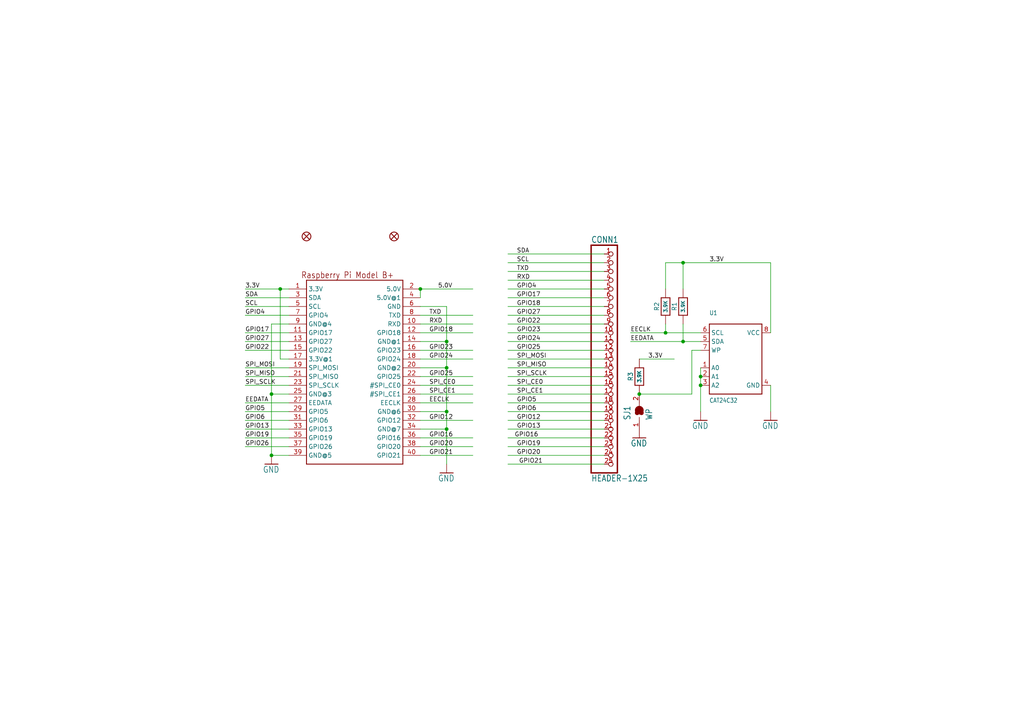
<source format=kicad_sch>
(kicad_sch (version 20230121) (generator eeschema)
  (paper "A4")
  (lib_symbols
    (symbol "working-eagle-import:EEPROM_I2C_SOIC8_GENERIC"
      (property "Reference" "U" (at -7.62 12.7 0))
      (symbol "EEPROM_I2C_SOIC8_GENERIC_1_0"
        (polyline (pts (xy -7.62 -10.16) (xy -7.62 10.16)) (stroke (width 0.254)))
        (polyline (pts (xy -7.62 10.16) (xy 7.62 10.16)) (stroke (width 0.254)))
        (polyline (pts (xy 7.62 -10.16) (xy -7.62 -10.16)) (stroke (width 0.254)))
        (polyline (pts (xy 7.62 10.16) (xy 7.62 -10.16)) (stroke (width 0.254)))
        (pin input line (at -10.16 -2.54 0) (length 2.54) (name "A0") (number "1"))
        (pin input line (at -10.16 -5.08 0) (length 2.54) (name "A1") (number "2"))
        (pin input line (at -10.16 -7.62 0) (length 2.54) (name "A2") (number "3"))
        (pin power_in line (at 10.16 -7.62 180) (length 2.54) (name "GND") (number "4"))
        (pin bidirectional line (at -10.16 5.08 0) (length 2.54) (name "SDA") (number "5"))
        (pin input line (at -10.16 7.62 0) (length 2.54) (name "SCL") (number "6"))
        (pin input line (at -10.16 2.54 0) (length 2.54) (name "WP") (number "7"))
        (pin power_in line (at 10.16 7.62 180) (length 2.54) (name "VCC") (number "8"))
      )
    )
    (symbol "working-eagle-import:FIDUCIAL{dblquote}{dblquote}"
      (symbol "FIDUCIAL{dblquote}{dblquote}_1_0"
        (polyline (pts (xy -0.762 0.762) (xy 0.762 -0.762)) (stroke (width 0.254)))
        (polyline (pts (xy 0.762 0.762) (xy -0.762 -0.762)) (stroke (width 0.254)))
        (circle (center 0 0) (radius 1.27) (stroke (width 0.254)))
      )
    )
    (symbol "working-eagle-import:GND" (power)
      (property "Value" "GND" (at -2.54 -2.54 0))
      (symbol "GND_1_0"
        (polyline (pts (xy -1.905 0) (xy 1.905 0)) (stroke (width 0.254)))
        (pin power_in line (at 0 2.54 270) (length 2.54) (name "GND") (number "1"))
      )
    )
    (symbol "working-eagle-import:HEADER-1X25"
      (property "Reference" "CONN" (at -3.81 33.655 0))
      (symbol "HEADER-1X25_1_0"
        (polyline (pts (xy -3.81 -33.02) (xy 3.81 -33.02)) (stroke (width 0.4064)))
        (polyline (pts (xy -3.81 33.02) (xy -3.81 -33.02)) (stroke (width 0.4064)))
        (polyline (pts (xy 3.81 -33.02) (xy 3.81 33.02)) (stroke (width 0.4064)))
        (polyline (pts (xy 3.81 33.02) (xy -3.81 33.02)) (stroke (width 0.4064)))
        (pin passive inverted (at 0 30.48 0) (length 2.54) (name "1") (number "1"))
        (pin passive inverted (at 0 7.62 0) (length 2.54) (name "10") (number "10"))
        (pin passive inverted (at 0 5.08 0) (length 2.54) (name "11") (number "11"))
        (pin passive inverted (at 0 2.54 0) (length 2.54) (name "12") (number "12"))
        (pin passive inverted (at 0 0 0) (length 2.54) (name "13") (number "13"))
        (pin passive inverted (at 0 -2.54 0) (length 2.54) (name "14") (number "14"))
        (pin passive inverted (at 0 -5.08 0) (length 2.54) (name "15") (number "15"))
        (pin passive inverted (at 0 -7.62 0) (length 2.54) (name "16") (number "16"))
        (pin passive inverted (at 0 -10.16 0) (length 2.54) (name "17") (number "17"))
        (pin passive inverted (at 0 -12.7 0) (length 2.54) (name "18") (number "18"))
        (pin passive inverted (at 0 -15.24 0) (length 2.54) (name "19") (number "19"))
        (pin passive inverted (at 0 27.94 0) (length 2.54) (name "2") (number "2"))
        (pin passive inverted (at 0 -17.78 0) (length 2.54) (name "20") (number "20"))
        (pin passive inverted (at 0 -20.32 0) (length 2.54) (name "21") (number "21"))
        (pin passive inverted (at 0 -22.86 0) (length 2.54) (name "22") (number "22"))
        (pin passive inverted (at 0 -25.4 0) (length 2.54) (name "23") (number "23"))
        (pin passive inverted (at 0 -27.94 0) (length 2.54) (name "24") (number "24"))
        (pin passive inverted (at 0 -30.48 0) (length 2.54) (name "25") (number "25"))
        (pin passive inverted (at 0 25.4 0) (length 2.54) (name "3") (number "3"))
        (pin passive inverted (at 0 22.86 0) (length 2.54) (name "4") (number "4"))
        (pin passive inverted (at 0 20.32 0) (length 2.54) (name "5") (number "5"))
        (pin passive inverted (at 0 17.78 0) (length 2.54) (name "6") (number "6"))
        (pin passive inverted (at 0 15.24 0) (length 2.54) (name "7") (number "7"))
        (pin passive inverted (at 0 12.7 0) (length 2.54) (name "8") (number "8"))
        (pin passive inverted (at 0 10.16 0) (length 2.54) (name "9") (number "9"))
      )
    )
    (symbol "working-eagle-import:RASPBERRYPI_BPLUS_HATNOSLOTS"
      (symbol "RASPBERRYPI_BPLUS_HATNOSLOTS_1_0"
        (polyline (pts (xy -12.7 -30.48) (xy -12.7 22.86)) (stroke (width 0.254)))
        (polyline (pts (xy -12.7 22.86) (xy 15.24 22.86)) (stroke (width 0.254)))
        (polyline (pts (xy 15.24 -30.48) (xy -12.7 -30.48)) (stroke (width 0.254)))
        (polyline (pts (xy 15.24 22.86) (xy 15.24 -30.48)) (stroke (width 0.254)))
        (text "Raspberry Pi Model B+" (at 12.7 25.4 0) (effects (font (size 1.778 1.5113)) (justify right top)))
        (pin power_in line (at -17.78 20.32 0) (length 5.08) (name "3.3V") (number "1"))
        (pin bidirectional line (at 20.32 10.16 180) (length 5.08) (name "RXD") (number "10"))
        (pin bidirectional line (at -17.78 7.62 0) (length 5.08) (name "GPIO17") (number "11"))
        (pin bidirectional line (at 20.32 7.62 180) (length 5.08) (name "GPIO18") (number "12"))
        (pin bidirectional line (at -17.78 5.08 0) (length 5.08) (name "GPIO27") (number "13"))
        (pin power_in line (at 20.32 5.08 180) (length 5.08) (name "GND@1") (number "14"))
        (pin bidirectional line (at -17.78 2.54 0) (length 5.08) (name "GPIO22") (number "15"))
        (pin bidirectional line (at 20.32 2.54 180) (length 5.08) (name "GPIO23") (number "16"))
        (pin power_in line (at -17.78 0 0) (length 5.08) (name "3.3V@1") (number "17"))
        (pin bidirectional line (at 20.32 0 180) (length 5.08) (name "GPIO24") (number "18"))
        (pin bidirectional line (at -17.78 -2.54 0) (length 5.08) (name "SPI_MOSI") (number "19"))
        (pin power_in line (at 20.32 20.32 180) (length 5.08) (name "5.0V") (number "2"))
        (pin power_in line (at 20.32 -2.54 180) (length 5.08) (name "GND@2") (number "20"))
        (pin bidirectional line (at -17.78 -5.08 0) (length 5.08) (name "SPI_MISO") (number "21"))
        (pin bidirectional line (at 20.32 -5.08 180) (length 5.08) (name "GPIO25") (number "22"))
        (pin bidirectional line (at -17.78 -7.62 0) (length 5.08) (name "SPI_SCLK") (number "23"))
        (pin bidirectional line (at 20.32 -7.62 180) (length 5.08) (name "#SPI_CE0") (number "24"))
        (pin power_in line (at -17.78 -10.16 0) (length 5.08) (name "GND@3") (number "25"))
        (pin bidirectional line (at 20.32 -10.16 180) (length 5.08) (name "#SPI_CE1") (number "26"))
        (pin bidirectional line (at -17.78 -12.7 0) (length 5.08) (name "EEDATA") (number "27"))
        (pin power_in line (at 20.32 -12.7 180) (length 5.08) (name "EECLK") (number "28"))
        (pin bidirectional line (at -17.78 -15.24 0) (length 5.08) (name "GPIO5") (number "29"))
        (pin bidirectional line (at -17.78 17.78 0) (length 5.08) (name "SDA") (number "3"))
        (pin bidirectional line (at 20.32 -15.24 180) (length 5.08) (name "GND@6") (number "30"))
        (pin power_in line (at -17.78 -17.78 0) (length 5.08) (name "GPIO6") (number "31"))
        (pin bidirectional line (at 20.32 -17.78 180) (length 5.08) (name "GPIO12") (number "32"))
        (pin bidirectional line (at -17.78 -20.32 0) (length 5.08) (name "GPIO13") (number "33"))
        (pin bidirectional line (at 20.32 -20.32 180) (length 5.08) (name "GND@7") (number "34"))
        (pin bidirectional line (at -17.78 -22.86 0) (length 5.08) (name "GPIO19") (number "35"))
        (pin power_in line (at 20.32 -22.86 180) (length 5.08) (name "GPIO16") (number "36"))
        (pin bidirectional line (at -17.78 -25.4 0) (length 5.08) (name "GPIO26") (number "37"))
        (pin bidirectional line (at 20.32 -25.4 180) (length 5.08) (name "GPIO20") (number "38"))
        (pin power_in line (at -17.78 -27.94 0) (length 5.08) (name "GND@5") (number "39"))
        (pin power_in line (at 20.32 17.78 180) (length 5.08) (name "5.0V@1") (number "4"))
        (pin bidirectional line (at 20.32 -27.94 180) (length 5.08) (name "GPIO21") (number "40"))
        (pin bidirectional line (at -17.78 15.24 0) (length 5.08) (name "SCL") (number "5"))
        (pin power_in line (at 20.32 15.24 180) (length 5.08) (name "GND") (number "6"))
        (pin bidirectional line (at -17.78 12.7 0) (length 5.08) (name "GPIO4") (number "7"))
        (pin output line (at 20.32 12.7 180) (length 5.08) (name "TXD") (number "8"))
        (pin power_in line (at -17.78 10.16 0) (length 5.08) (name "GND@4") (number "9"))
      )
    )
    (symbol "working-eagle-import:RESISTOR0805_NOOUTLINE"
      (property "Reference" "R" (at 0 2.54 0))
      (symbol "RESISTOR0805_NOOUTLINE_1_0"
        (polyline (pts (xy -2.54 -1.27) (xy -2.54 1.27)) (stroke (width 0.254)))
        (polyline (pts (xy -2.54 1.27) (xy 2.54 1.27)) (stroke (width 0.254)))
        (polyline (pts (xy 2.54 -1.27) (xy -2.54 -1.27)) (stroke (width 0.254)))
        (polyline (pts (xy 2.54 1.27) (xy 2.54 -1.27)) (stroke (width 0.254)))
        (pin passive line (at -5.08 0 0) (length 2.54) (name "1") (number "1"))
        (pin passive line (at 5.08 0 180) (length 2.54) (name "2") (number "2"))
      )
    )
    (symbol "working-eagle-import:SOLDERJUMPER_CLOSED"
      (property "Reference" "SJ" (at -2.54 2.54 0))
      (symbol "SOLDERJUMPER_CLOSED_1_0"
        (arc (start -0.381 -0.635) (mid 0.2541 -0.0001) (end -0.3808 0.635) (stroke (width 1.27)))
        (polyline (pts (xy -2.54 0) (xy -1.651 0)) (stroke (width 0.1524)))
        (polyline (pts (xy -0.635 0) (xy 0.635 0)) (stroke (width 0.4064)))
        (polyline (pts (xy 2.54 0) (xy 1.651 0)) (stroke (width 0.1524)))
        (arc (start 0.3808 -0.635) (mid 1.0132 -0.0001) (end 0.381 0.635) (stroke (width 1.27)))
        (pin passive line (at -5.08 0 0) (length 2.54) (name "1") (number "1"))
        (pin passive line (at 5.08 0 180) (length 2.54) (name "2") (number "2"))
      )
    )
  )
  (junction (at 78.74 114.3))
  (junction (at 129.54 119.38))
  (junction (at 198.12 76.2))
  (junction (at 203.2 109.22))
  (junction (at 121.92 83.82))
  (junction (at 193.04 96.52))
  (junction (at 198.12 99.06))
  (junction (at 185.42 114.3))
  (junction (at 203.2 111.76))
  (junction (at 129.54 99.06))
  (junction (at 129.54 106.68))
  (junction (at 129.54 124.46))
  (junction (at 81.28 83.82))
  (junction (at 78.74 132.08))
  (wire (pts (xy 223.52 76.2) (xy 198.12 76.2)) (stroke (width 0.1524)))
  (wire (pts (xy 121.92 111.76) (xy 137.16 111.76)) (stroke (width 0.1524)))
  (wire (pts (xy 147.32 93.98) (xy 175.26 93.98)) (stroke (width 0.1524)))
  (wire (pts (xy 78.74 114.3) (xy 78.74 93.98)) (stroke (width 0.1524)))
  (wire (pts (xy 147.32 119.38) (xy 175.26 119.38)) (stroke (width 0.1524)))
  (wire (pts (xy 121.92 127) (xy 137.16 127)) (stroke (width 0.1524)))
  (wire (pts (xy 78.74 114.3) (xy 78.74 132.08)) (stroke (width 0.1524)))
  (wire (pts (xy 81.28 83.82) (xy 71.12 83.82)) (stroke (width 0.1524)))
  (wire (pts (xy 83.82 88.9) (xy 71.12 88.9)) (stroke (width 0.1524)))
  (wire (pts (xy 200.66 114.3) (xy 200.66 101.6)) (stroke (width 0.1524)))
  (wire (pts (xy 129.54 88.9) (xy 129.54 99.06)) (stroke (width 0.1524)))
  (wire (pts (xy 175.26 91.44) (xy 147.32 91.44)) (stroke (width 0.1524)))
  (wire (pts (xy 83.82 96.52) (xy 71.12 96.52)) (stroke (width 0.1524)))
  (wire (pts (xy 71.12 127) (xy 83.82 127)) (stroke (width 0.1524)))
  (wire (pts (xy 198.12 99.06) (xy 203.2 99.06)) (stroke (width 0.1524)))
  (wire (pts (xy 203.2 106.68) (xy 203.2 109.22)) (stroke (width 0.1524)))
  (wire (pts (xy 71.12 121.92) (xy 83.82 121.92)) (stroke (width 0.1524)))
  (wire (pts (xy 78.74 114.3) (xy 83.82 114.3)) (stroke (width 0.1524)))
  (wire (pts (xy 121.92 129.54) (xy 137.16 129.54)) (stroke (width 0.1524)))
  (wire (pts (xy 147.32 124.46) (xy 175.26 124.46)) (stroke (width 0.1524)))
  (wire (pts (xy 121.92 99.06) (xy 129.54 99.06)) (stroke (width 0.1524)))
  (wire (pts (xy 121.92 124.46) (xy 129.54 124.46)) (stroke (width 0.1524)))
  (wire (pts (xy 121.92 88.9) (xy 129.54 88.9)) (stroke (width 0.1524)))
  (wire (pts (xy 175.26 101.6) (xy 147.32 101.6)) (stroke (width 0.1524)))
  (wire (pts (xy 121.92 109.22) (xy 137.16 109.22)) (stroke (width 0.1524)))
  (wire (pts (xy 200.66 101.6) (xy 203.2 101.6)) (stroke (width 0.1524)))
  (wire (pts (xy 71.12 109.22) (xy 83.82 109.22)) (stroke (width 0.1524)))
  (wire (pts (xy 182.88 99.06) (xy 198.12 99.06)) (stroke (width 0.1524)))
  (wire (pts (xy 83.82 132.08) (xy 78.74 132.08)) (stroke (width 0.1524)))
  (wire (pts (xy 129.54 99.06) (xy 129.54 106.68)) (stroke (width 0.1524)))
  (wire (pts (xy 129.54 119.38) (xy 129.54 124.46)) (stroke (width 0.1524)))
  (wire (pts (xy 175.26 127) (xy 147.32 127)) (stroke (width 0.1524)))
  (wire (pts (xy 203.2 109.22) (xy 203.2 111.76)) (stroke (width 0.1524)))
  (wire (pts (xy 129.54 124.46) (xy 129.54 134.62)) (stroke (width 0.1524)))
  (wire (pts (xy 71.12 124.46) (xy 83.82 124.46)) (stroke (width 0.1524)))
  (wire (pts (xy 83.82 83.82) (xy 81.28 83.82)) (stroke (width 0.1524)))
  (wire (pts (xy 121.92 86.36) (xy 121.92 83.82)) (stroke (width 0.1524)))
  (wire (pts (xy 71.12 106.68) (xy 83.82 106.68)) (stroke (width 0.1524)))
  (wire (pts (xy 121.92 119.38) (xy 129.54 119.38)) (stroke (width 0.1524)))
  (wire (pts (xy 121.92 116.84) (xy 137.16 116.84)) (stroke (width 0.1524)))
  (wire (pts (xy 203.2 96.52) (xy 193.04 96.52)) (stroke (width 0.1524)))
  (wire (pts (xy 147.32 104.14) (xy 175.26 104.14)) (stroke (width 0.1524)))
  (wire (pts (xy 81.28 104.14) (xy 83.82 104.14)) (stroke (width 0.1524)))
  (wire (pts (xy 83.82 91.44) (xy 71.12 91.44)) (stroke (width 0.1524)))
  (wire (pts (xy 147.32 134.62) (xy 175.26 134.62)) (stroke (width 0.1524)))
  (wire (pts (xy 193.04 93.98) (xy 193.04 96.52)) (stroke (width 0.1524)))
  (wire (pts (xy 147.32 129.54) (xy 175.26 129.54)) (stroke (width 0.1524)))
  (wire (pts (xy 198.12 83.82) (xy 198.12 76.2)) (stroke (width 0.1524)))
  (wire (pts (xy 185.42 114.3) (xy 200.66 114.3)) (stroke (width 0.1524)))
  (wire (pts (xy 175.26 106.68) (xy 147.32 106.68)) (stroke (width 0.1524)))
  (wire (pts (xy 83.82 86.36) (xy 71.12 86.36)) (stroke (width 0.1524)))
  (wire (pts (xy 147.32 99.06) (xy 175.26 99.06)) (stroke (width 0.1524)))
  (wire (pts (xy 71.12 111.76) (xy 83.82 111.76)) (stroke (width 0.1524)))
  (wire (pts (xy 175.26 121.92) (xy 147.32 121.92)) (stroke (width 0.1524)))
  (wire (pts (xy 175.26 96.52) (xy 147.32 96.52)) (stroke (width 0.1524)))
  (wire (pts (xy 175.26 116.84) (xy 147.32 116.84)) (stroke (width 0.1524)))
  (wire (pts (xy 198.12 93.98) (xy 198.12 99.06)) (stroke (width 0.1524)))
  (wire (pts (xy 83.82 116.84) (xy 71.12 116.84)) (stroke (width 0.1524)))
  (wire (pts (xy 175.26 78.74) (xy 147.32 78.74)) (stroke (width 0.1524)))
  (wire (pts (xy 223.52 96.52) (xy 223.52 76.2)) (stroke (width 0.1524)))
  (wire (pts (xy 121.92 106.68) (xy 129.54 106.68)) (stroke (width 0.1524)))
  (wire (pts (xy 198.12 76.2) (xy 193.04 76.2)) (stroke (width 0.1524)))
  (wire (pts (xy 203.2 111.76) (xy 203.2 119.38)) (stroke (width 0.1524)))
  (wire (pts (xy 147.32 114.3) (xy 175.26 114.3)) (stroke (width 0.1524)))
  (wire (pts (xy 175.26 73.66) (xy 147.32 73.66)) (stroke (width 0.1524)))
  (wire (pts (xy 78.74 93.98) (xy 83.82 93.98)) (stroke (width 0.1524)))
  (wire (pts (xy 193.04 96.52) (xy 182.88 96.52)) (stroke (width 0.1524)))
  (wire (pts (xy 129.54 106.68) (xy 129.54 119.38)) (stroke (width 0.1524)))
  (wire (pts (xy 81.28 104.14) (xy 81.28 83.82)) (stroke (width 0.1524)))
  (wire (pts (xy 121.92 132.08) (xy 137.16 132.08)) (stroke (width 0.1524)))
  (wire (pts (xy 121.92 91.44) (xy 137.16 91.44)) (stroke (width 0.1524)))
  (wire (pts (xy 121.92 83.82) (xy 137.16 83.82)) (stroke (width 0.1524)))
  (wire (pts (xy 71.12 99.06) (xy 83.82 99.06)) (stroke (width 0.1524)))
  (wire (pts (xy 121.92 121.92) (xy 137.16 121.92)) (stroke (width 0.1524)))
  (wire (pts (xy 137.16 93.98) (xy 121.92 93.98)) (stroke (width 0.1524)))
  (wire (pts (xy 71.12 119.38) (xy 83.82 119.38)) (stroke (width 0.1524)))
  (wire (pts (xy 147.32 109.22) (xy 175.26 109.22)) (stroke (width 0.1524)))
  (wire (pts (xy 147.32 86.36) (xy 175.26 86.36)) (stroke (width 0.1524)))
  (wire (pts (xy 185.42 104.14) (xy 195.58 104.14)) (stroke (width 0.1524)))
  (wire (pts (xy 121.92 114.3) (xy 137.16 114.3)) (stroke (width 0.1524)))
  (wire (pts (xy 147.32 76.2) (xy 175.26 76.2)) (stroke (width 0.1524)))
  (wire (pts (xy 175.26 83.82) (xy 147.32 83.82)) (stroke (width 0.1524)))
  (wire (pts (xy 147.32 81.28) (xy 175.26 81.28)) (stroke (width 0.1524)))
  (wire (pts (xy 121.92 104.14) (xy 137.16 104.14)) (stroke (width 0.1524)))
  (wire (pts (xy 147.32 88.9) (xy 175.26 88.9)) (stroke (width 0.1524)))
  (wire (pts (xy 71.12 129.54) (xy 83.82 129.54)) (stroke (width 0.1524)))
  (wire (pts (xy 83.82 101.6) (xy 71.12 101.6)) (stroke (width 0.1524)))
  (wire (pts (xy 193.04 76.2) (xy 193.04 83.82)) (stroke (width 0.1524)))
  (wire (pts (xy 175.26 111.76) (xy 147.32 111.76)) (stroke (width 0.1524)))
  (wire (pts (xy 121.92 96.52) (xy 137.16 96.52)) (stroke (width 0.1524)))
  (wire (pts (xy 175.26 132.08) (xy 147.32 132.08)) (stroke (width 0.1524)))
  (wire (pts (xy 121.92 101.6) (xy 137.16 101.6)) (stroke (width 0.1524)))
  (wire (pts (xy 223.52 111.76) (xy 223.52 119.38)) (stroke (width 0.1524)))
  (label "EECLK" (at 182.88 96.52 0) (effects (font (size 1.2446 1.2446))))
  (label "SPI_SCLK" (at 71.12 111.76 0) (effects (font (size 1.2446 1.2446))))
  (label "GPIO20" (at 124.46 129.54 0) (effects (font (size 1.2446 1.2446))))
  (label "SPI_MISO" (at 149.86 106.68 0) (effects (font (size 1.2446 1.2446))))
  (label "TXD" (at 124.46 91.44 0) (effects (font (size 1.2446 1.2446))))
  (label "GPIO4" (at 149.86 83.82 0) (effects (font (size 1.2446 1.2446))))
  (label "3.3V" (at 187.96 104.14 0) (effects (font (size 1.2446 1.2446))))
  (label "GPIO25" (at 149.86 101.6 0) (effects (font (size 1.2446 1.2446))))
  (label "GPIO27" (at 149.86 91.44 0) (effects (font (size 1.2446 1.2446))))
  (label "SCL" (at 149.86 76.2 0) (effects (font (size 1.2446 1.2446))))
  (label "GPIO18" (at 124.46 96.52 0) (effects (font (size 1.2446 1.2446))))
  (label "SPI_CE1" (at 149.86 114.3 0) (effects (font (size 1.2446 1.2446))))
  (label "GPIO17" (at 149.86 86.36 0) (effects (font (size 1.2446 1.2446))))
  (label "GPIO13" (at 71.12 124.46 0) (effects (font (size 1.2446 1.2446))))
  (label "GPIO26" (at 71.12 129.54 0) (effects (font (size 1.2446 1.2446))))
  (label "GPIO22" (at 71.12 101.6 0) (effects (font (size 1.2446 1.2446))))
  (label "GPIO12" (at 149.86 121.92 0) (effects (font (size 1.2446 1.2446))))
  (label "GPIO24" (at 124.46 104.14 0) (effects (font (size 1.2446 1.2446))))
  (label "GPIO19" (at 71.12 127 0) (effects (font (size 1.2446 1.2446))))
  (label "GPIO23" (at 149.86 96.52 0) (effects (font (size 1.2446 1.2446))))
  (label "RXD" (at 124.46 93.98 0) (effects (font (size 1.2446 1.2446))))
  (label "GPIO20" (at 149.86 132.08 0) (effects (font (size 1.2446 1.2446))))
  (label "TXD" (at 149.86 78.74 0) (effects (font (size 1.2446 1.2446))))
  (label "GPIO19" (at 149.86 129.54 0) (effects (font (size 1.2446 1.2446))))
  (label "GPIO18" (at 149.86 88.9 0) (effects (font (size 1.2446 1.2446))))
  (label "RXD" (at 149.86 81.28 0) (effects (font (size 1.2446 1.2446))))
  (label "SPI_MOSI" (at 149.86 104.14 0) (effects (font (size 1.2446 1.2446))))
  (label "GPIO5" (at 71.12 119.38 0) (effects (font (size 1.2446 1.2446))))
  (label "SPI_SCLK" (at 149.86 109.22 0) (effects (font (size 1.2446 1.2446))))
  (label "GPIO13" (at 149.86 124.46 0) (effects (font (size 1.2446 1.2446))))
  (label "GPIO16" (at 124.46 127 0) (effects (font (size 1.2446 1.2446))))
  (label "SDA" (at 71.12 86.36 0) (effects (font (size 1.2446 1.2446))))
  (label "GPIO21" (at 124.46 132.08 0) (effects (font (size 1.2446 1.2446))))
  (label "GPIO22" (at 149.86 93.98 0) (effects (font (size 1.2446 1.2446))))
  (label "GPIO12" (at 124.46 121.92 0) (effects (font (size 1.2446 1.2446))))
  (label "SPI_CE0" (at 124.46 111.76 0) (effects (font (size 1.2446 1.2446))))
  (label "SCL" (at 71.12 88.9 0) (effects (font (size 1.2446 1.2446))))
  (label "GPIO21" (at 150.495 134.62 0) (effects (font (size 1.2446 1.2446))))
  (label "GPIO16" (at 149.225 127 0) (effects (font (size 1.2446 1.2446))))
  (label "GPIO23" (at 124.46 101.6 0) (effects (font (size 1.2446 1.2446))))
  (label "EECLK" (at 124.46 116.84 0) (effects (font (size 1.2446 1.2446))))
  (label "3.3V" (at 71.12 83.82 0) (effects (font (size 1.2446 1.2446))))
  (label "SPI_MOSI" (at 71.12 106.68 0) (effects (font (size 1.2446 1.2446))))
  (label "GPIO6" (at 149.86 119.38 0) (effects (font (size 1.2446 1.2446))))
  (label "SPI_CE0" (at 149.86 111.76 0) (effects (font (size 1.2446 1.2446))))
  (label "GPIO17" (at 71.12 96.52 0) (effects (font (size 1.2446 1.2446))))
  (label "SPI_MISO" (at 71.12 109.22 0) (effects (font (size 1.2446 1.2446))))
  (label "3.3V" (at 205.74 76.2 0) (effects (font (size 1.2446 1.2446))))
  (label "GPIO4" (at 71.12 91.44 0) (effects (font (size 1.2446 1.2446))))
  (label "GPIO24" (at 149.86 99.06 0) (effects (font (size 1.2446 1.2446))))
  (label "GPIO25" (at 124.46 109.22 0) (effects (font (size 1.2446 1.2446))))
  (label "SPI_CE1" (at 124.46 114.3 0) (effects (font (size 1.2446 1.2446))))
  (label "SDA" (at 149.86 73.66 0) (effects (font (size 1.2446 1.2446))))
  (label "EEDATA" (at 182.88 99.06 0) (effects (font (size 1.2446 1.2446))))
  (label "GPIO27" (at 71.12 99.06 0) (effects (font (size 1.2446 1.2446))))
  (label "5.0V" (at 127 83.82 0) (effects (font (size 1.2446 1.2446))))
  (label "EEDATA" (at 71.12 116.84 0) (effects (font (size 1.2446 1.2446))))
  (label "GPIO5" (at 149.86 116.84 0) (effects (font (size 1.2446 1.2446))))
  (label "GPIO6" (at 71.12 121.92 0) (effects (font (size 1.2446 1.2446))))
  (symbol (lib_id "working-eagle-import:GND") (at 185.42 127 0) (unit 1)
    (property "Reference" "#GND5" (effects hide))
    (property "Value" "GND" (at 182.88 129.54 0) (effects (font (size 1.778 1.5113)) (justify left bottom)))
  )
  (symbol (lib_id "working-eagle-import:GND") (at 129.54 137.16 0) (unit 1)
    (property "Reference" "#GND2" (effects hide))
    (property "Value" "GND" (at 127 139.7 0) (effects (font (size 1.778 1.5113)) (justify left bottom)))
  )
  (symbol (lib_id "working-eagle-import:FIDUCIAL{dblquote}{dblquote}") (at 88.9 68.58 0) (unit 1)
    (property "Reference" "FID3" (effects hide))
    (property "Value" "FIDUCIAL{dblquote}{dblquote}" (effects hide))
    (property "Footprint" "working:FIDUCIAL_1MM" (effects hide))
  )
  (symbol (lib_id "working-eagle-import:FIDUCIAL{dblquote}{dblquote}") (at 114.3 68.58 0) (unit 1)
    (property "Reference" "FID2" (effects hide))
    (property "Value" "FIDUCIAL{dblquote}{dblquote}" (effects hide))
    (property "Footprint" "working:FIDUCIAL_1MM" (effects hide))
  )
  (symbol (lib_id "working-eagle-import:GND") (at 78.74 134.62 0) (unit 1)
    (property "Reference" "#GND1" (effects hide))
    (property "Value" "GND" (at 76.2 137.16 0) (effects (font (size 1.778 1.5113)) (justify left bottom)))
  )
  (symbol (lib_id "working-eagle-import:GND") (at 203.2 121.92 0) (unit 1)
    (property "Reference" "#GND3" (effects hide))
    (property "Value" "GND" (at 200.66 124.46 0) (effects (font (size 1.778 1.5113)) (justify left bottom)))
  )
  (symbol (lib_id "working-eagle-import:RESISTOR0805_NOOUTLINE") (at 193.04 88.9 90) (unit 1)
    (property "Reference" "R2" (at 190.5 88.9 0))
    (property "Value" "3.9K" (at 193.04 88.9 0) (effects (font (size 1.016 1.016) bold)))
    (property "Footprint" "working:0805-NO" (effects hide))
  )
  (symbol (lib_id "working-eagle-import:RESISTOR0805_NOOUTLINE") (at 198.12 88.9 90) (unit 1)
    (property "Reference" "R1" (at 195.58 88.9 0))
    (property "Value" "3.9K" (at 198.12 88.9 0) (effects (font (size 1.016 1.016) bold)))
    (property "Footprint" "working:0805-NO" (effects hide))
  )
  (symbol (lib_id "working-eagle-import:RASPBERRYPI_BPLUS_HATNOSLOTS") (at 101.6 104.14 0) (unit 1)
    (property "Reference" "RPI1" (effects hide))
    (property "Value" "RASPBERRYPI_BPLUS_HATNOSLOTS" (effects hide))
    (property "Footprint" "working:PI_HAT_NOSLOTS" (effects hide))
  )
  (symbol (lib_id "working-eagle-import:HEADER-1X25") (at 175.26 104.14 0) (unit 1)
    (property "Reference" "CONN1" (at 171.45 70.485 0) (effects (font (size 1.778 1.5113)) (justify left bottom)))
    (property "Value" "HEADER-1X25" (at 171.45 139.7 0) (effects (font (size 1.778 1.5113)) (justify left bottom)))
    (property "Footprint" "working:1X25_ROUND_70MIL" (effects hide))
  )
  (symbol (lib_id "working-eagle-import:SOLDERJUMPER_CLOSED") (at 185.42 119.38 90) (unit 1)
    (property "Reference" "SJ1" (at 182.88 121.92 0) (effects (font (size 1.778 1.5113)) (justify left bottom)))
    (property "Value" "WP" (at 189.23 121.92 0) (effects (font (size 1.778 1.5113)) (justify left bottom)))
    (property "Footprint" "working:SOLDERJUMPER_CLOSEDWIRE" (effects hide))
  )
  (symbol (lib_id "working-eagle-import:GND") (at 223.52 121.92 0) (unit 1)
    (property "Reference" "#GND4" (effects hide))
    (property "Value" "GND" (at 220.98 124.46 0) (effects (font (size 1.778 1.5113)) (justify left bottom)))
  )
  (symbol (lib_id "working-eagle-import:RESISTOR0805_NOOUTLINE") (at 185.42 109.22 90) (unit 1)
    (property "Reference" "R3" (at 182.88 109.22 0))
    (property "Value" "3.9K" (at 185.42 109.22 0) (effects (font (size 1.016 1.016) bold)))
    (property "Footprint" "working:0805-NO" (effects hide))
  )
  (symbol (lib_id "working-eagle-import:EEPROM_I2C_SOIC8_GENERIC") (at 213.36 104.14 0) (unit 1)
    (property "Reference" "U1" (at 205.74 91.44 0) (effects (font (size 1.27 1.0795)) (justify left bottom)))
    (property "Value" "CAT24C32" (at 205.74 116.84 0) (effects (font (size 1.27 1.0795)) (justify left bottom)))
    (property "Footprint" "working:SOIC8_150MIL" (effects hide))
  )
)
</source>
